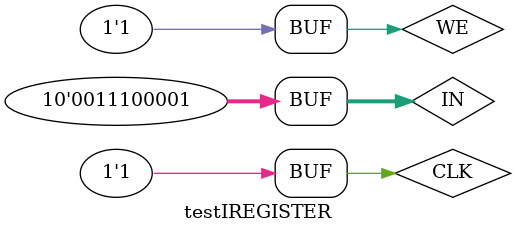
<source format=v>
module IREGISTER
(
    input [9:0] IN,
    input CLK, WE,
    output reg [9:0] OUT
);

    // Temp Holder
    reg [9:0] CURRENT = 10'b0_0000_0000;

    always @ (posedge CLK)
        begin
            if (WE)
                begin
                    OUT <= IN;
                    CURRENT <= IN;
                end
            else
                begin
                    OUT <= CURRENT;
                end
        end

endmodule

/*****************************************************************************/
/************************ Test Bench for IREGISTER ***************************/
/*****************************************************************************/
module testIREGISTER;

    reg [9:0] IN;
    reg CLK, WE;
    wire [9:0] OUT;
    
    // Initiate registers
    initial begin
        IN = 10'b0_0000_0000;
        CLK = 1'b0;
        WE = 1'b0;
    end
    
    // Initiate Register
    IREGISTER UUT(
        .IN(IN),
        .CLK(CLK),
        .WE(WE),
        .OUT(OUT)
    );
    
    // Test
    initial begin
        #10 // Set a value for REG
        IN = 10'b1_0000_1110;
        CLK = 1'b1;
        WE = 1'b1;
        #10
        CLK = 1'b0;
        #10 // Keep a value on DATA with WE - 0
        IN = 10'b0_1110_0001;
        CLK = 1'b1;
        WE = 1'b0;
        #10
        CLK = 1'b0;
        #10 // Set a new value for REG
        IN = 10'b0_1110_1101;
        CLK = 1'b1;
        WE = 1'b1;
        #10
        CLK = 1'b0;
        #10 // Try Read value
        IN = 10'b0_1110_0001;
        CLK = 1'b1;
        WE = 1'b0;
        #10
        CLK = 1'b0;
        #10 // Set a new value
        IN = 10'b0_1110_0001;
        CLK = 1'b1;
        WE = 1'b1;
        
    end

endmodule

</source>
